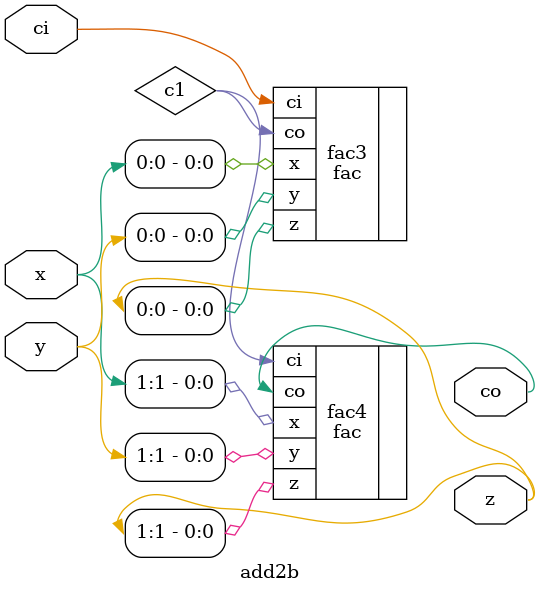
<source format=v>
module add2b(
  input [1:0]x,
  input [1:0]y,
  input ci,
  output [1:0]z,
  output co);

wire c1;

fac fac3(.x(x[0]), .y(y[0]), .ci(ci), .z(z[0]), .co(c1));
fac fac4(.x(x[1]), .y(y[1]), .ci(c1), .z(z[1]), .co(co));

endmodule
</source>
